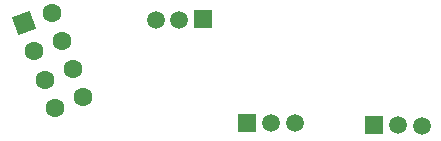
<source format=gbs>
G04 Layer: BottomSolderMaskLayer*
G04 EasyEDA Pro v1.9.30.011b94, 2023-06-19 19:01:04*
G04 Gerber Generator version 0.3*
G04 Scale: 100 percent, Rotated: No, Reflected: No*
G04 Dimensions in millimeters*
G04 Leading zeros omitted, absolute positions, 3 integers and 3 decimals*
%FSLAX33Y33*%
%MOMM*%
%AMRect*21,1,$1,$2,0,0,$3*%
%ADD10Rect,1.6016X1.6016X-69.53*%
%ADD11C,1.6016*%
%ADD12Rect,1.5016X1.5016X-179.53*%
%ADD13C,1.5016*%
%ADD14Rect,1.5016X1.5016X-0.53*%
G75*


G04 Pad Start*
G54D10*
G01X77133Y85620D03*
G54D11*
G01X79512Y86508D03*
G01X78021Y83240D03*
G01X80401Y84129D03*
G01X78909Y80861D03*
G01X81289Y81749D03*
G01X79798Y78481D03*
G01X82177Y79370D03*
G54D12*
G01X92334Y85945D03*
G54D13*
G01X90303Y85928D03*
G01X88303Y85911D03*
G54D14*
G01X106794Y77002D03*
G54D13*
G01X108826Y76983D03*
G01X110826Y76965D03*
G54D14*
G01X96017Y77181D03*
G54D13*
G01X98049Y77162D03*
G01X100049Y77144D03*
G04 Pad End*

M02*

</source>
